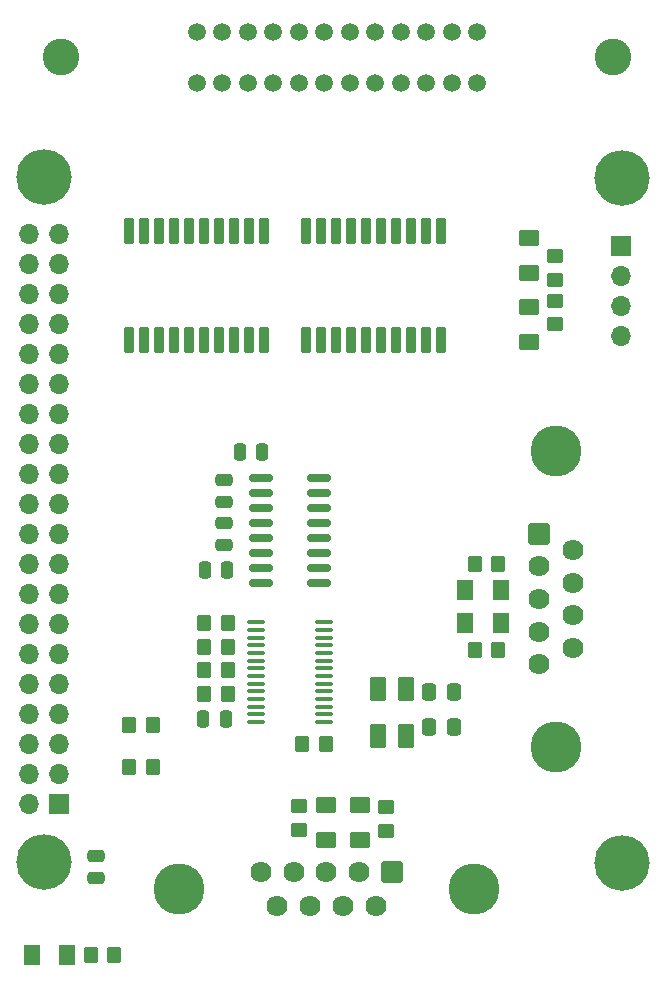
<source format=gbr>
%TF.GenerationSoftware,KiCad,Pcbnew,9.0.0*%
%TF.CreationDate,2025-04-07T11:56:22-06:00*%
%TF.ProjectId,Senior Capstone,53656e69-6f72-4204-9361-7073746f6e65,4*%
%TF.SameCoordinates,Original*%
%TF.FileFunction,Soldermask,Top*%
%TF.FilePolarity,Negative*%
%FSLAX46Y46*%
G04 Gerber Fmt 4.6, Leading zero omitted, Abs format (unit mm)*
G04 Created by KiCad (PCBNEW 9.0.0) date 2025-04-07 11:56:22*
%MOMM*%
%LPD*%
G01*
G04 APERTURE LIST*
G04 Aperture macros list*
%AMRoundRect*
0 Rectangle with rounded corners*
0 $1 Rounding radius*
0 $2 $3 $4 $5 $6 $7 $8 $9 X,Y pos of 4 corners*
0 Add a 4 corners polygon primitive as box body*
4,1,4,$2,$3,$4,$5,$6,$7,$8,$9,$2,$3,0*
0 Add four circle primitives for the rounded corners*
1,1,$1+$1,$2,$3*
1,1,$1+$1,$4,$5*
1,1,$1+$1,$6,$7*
1,1,$1+$1,$8,$9*
0 Add four rect primitives between the rounded corners*
20,1,$1+$1,$2,$3,$4,$5,0*
20,1,$1+$1,$4,$5,$6,$7,0*
20,1,$1+$1,$6,$7,$8,$9,0*
20,1,$1+$1,$8,$9,$2,$3,0*%
G04 Aperture macros list end*
%ADD10C,3.100000*%
%ADD11C,4.700000*%
%ADD12RoundRect,0.250000X-0.250000X-0.475000X0.250000X-0.475000X0.250000X0.475000X-0.250000X0.475000X0*%
%ADD13RoundRect,0.250000X-0.350000X-0.450000X0.350000X-0.450000X0.350000X0.450000X-0.350000X0.450000X0*%
%ADD14RoundRect,0.250000X0.475000X-0.250000X0.475000X0.250000X-0.475000X0.250000X-0.475000X-0.250000X0*%
%ADD15RoundRect,0.250001X-0.462499X-0.624999X0.462499X-0.624999X0.462499X0.624999X-0.462499X0.624999X0*%
%ADD16RoundRect,0.100000X-0.637500X-0.100000X0.637500X-0.100000X0.637500X0.100000X-0.637500X0.100000X0*%
%ADD17RoundRect,0.250000X0.250000X0.475000X-0.250000X0.475000X-0.250000X-0.475000X0.250000X-0.475000X0*%
%ADD18RoundRect,0.250001X0.462499X0.624999X-0.462499X0.624999X-0.462499X-0.624999X0.462499X-0.624999X0*%
%ADD19RoundRect,0.102000X0.787500X-0.787500X0.787500X0.787500X-0.787500X0.787500X-0.787500X-0.787500X0*%
%ADD20C,1.779000*%
%ADD21C,4.320000*%
%ADD22R,1.700000X1.700000*%
%ADD23O,1.700000X1.700000*%
%ADD24RoundRect,0.250000X0.350000X0.450000X-0.350000X0.450000X-0.350000X-0.450000X0.350000X-0.450000X0*%
%ADD25RoundRect,0.102000X-0.787500X-0.787500X0.787500X-0.787500X0.787500X0.787500X-0.787500X0.787500X0*%
%ADD26RoundRect,0.150000X-0.825000X-0.150000X0.825000X-0.150000X0.825000X0.150000X-0.825000X0.150000X0*%
%ADD27RoundRect,0.100500X-0.301500X1.031500X-0.301500X-1.031500X0.301500X-1.031500X0.301500X1.031500X0*%
%ADD28RoundRect,0.250000X-0.450000X0.350000X-0.450000X-0.350000X0.450000X-0.350000X0.450000X0.350000X0*%
%ADD29RoundRect,0.250001X0.624999X-0.462499X0.624999X0.462499X-0.624999X0.462499X-0.624999X-0.462499X0*%
%ADD30RoundRect,0.250000X0.450000X-0.350000X0.450000X0.350000X-0.450000X0.350000X-0.450000X-0.350000X0*%
%ADD31C,3.098800*%
%ADD32C,1.498600*%
%ADD33RoundRect,0.250000X-0.337500X-0.475000X0.337500X-0.475000X0.337500X0.475000X-0.337500X0.475000X0*%
%ADD34RoundRect,0.102000X-0.600000X-0.900000X0.600000X-0.900000X0.600000X0.900000X-0.600000X0.900000X0*%
%ADD35RoundRect,0.250000X-0.475000X0.250000X-0.475000X-0.250000X0.475000X-0.250000X0.475000X0.250000X0*%
%ADD36RoundRect,0.250001X-0.624999X0.462499X-0.624999X-0.462499X0.624999X-0.462499X0.624999X0.462499X0*%
G04 APERTURE END LIST*
D10*
%TO.C,H4*%
X171763300Y-64700050D03*
D11*
X171763300Y-64700050D03*
%TD*%
D10*
%TO.C,H2*%
X122763300Y-64600050D03*
D11*
X122763300Y-64600050D03*
%TD*%
D12*
%TO.C,C6*%
X136288300Y-110500050D03*
X138188300Y-110500050D03*
%TD*%
D13*
%TO.C,R5*%
X136363300Y-108400050D03*
X138363300Y-108400050D03*
%TD*%
%TO.C,R2*%
X144638300Y-112675050D03*
X146638300Y-112675050D03*
%TD*%
D14*
%TO.C,C1*%
X138050300Y-92154450D03*
X138050300Y-90254450D03*
%TD*%
D13*
%TO.C,R3*%
X136363300Y-104400050D03*
X138363300Y-104400050D03*
%TD*%
D15*
%TO.C,D1*%
X121780000Y-130508450D03*
X124755000Y-130508450D03*
%TD*%
D16*
%TO.C,U2*%
X140763300Y-102325050D03*
X140763300Y-102975050D03*
X140763300Y-103625050D03*
X140763300Y-104275050D03*
X140763300Y-104925050D03*
X140763300Y-105575050D03*
X140763300Y-106225050D03*
X140763300Y-106875050D03*
X140763300Y-107525050D03*
X140763300Y-108175050D03*
X140763300Y-108825050D03*
X140763300Y-109475050D03*
X140763300Y-110125050D03*
X140763300Y-110775050D03*
X146488300Y-110775050D03*
X146488300Y-110125050D03*
X146488300Y-109475050D03*
X146488300Y-108825050D03*
X146488300Y-108175050D03*
X146488300Y-107525050D03*
X146488300Y-106875050D03*
X146488300Y-106225050D03*
X146488300Y-105575050D03*
X146488300Y-104925050D03*
X146488300Y-104275050D03*
X146488300Y-103625050D03*
X146488300Y-102975050D03*
X146488300Y-102325050D03*
%TD*%
D17*
%TO.C,C4*%
X141260900Y-87938050D03*
X139360900Y-87938050D03*
%TD*%
%TO.C,C3*%
X138314500Y-97869450D03*
X136414500Y-97869450D03*
%TD*%
D18*
%TO.C,D3*%
X161450800Y-102400050D03*
X158475800Y-102400050D03*
%TD*%
D19*
%TO.C,J2*%
X164723300Y-94815050D03*
D20*
X164723300Y-97585050D03*
X164723300Y-100355050D03*
X164723300Y-103125050D03*
X164723300Y-105895050D03*
X167563300Y-96200050D03*
X167563300Y-98970050D03*
X167563300Y-101740050D03*
X167563300Y-104510050D03*
D21*
X166143300Y-112850050D03*
X166143300Y-87860050D03*
%TD*%
D22*
%TO.C,J4*%
X171663300Y-70500050D03*
D23*
X171663300Y-73040050D03*
X171663300Y-75580050D03*
X171663300Y-78120050D03*
%TD*%
D13*
%TO.C,R14*%
X130000000Y-114604800D03*
X132000000Y-114604800D03*
%TD*%
D18*
%TO.C,D2*%
X161450800Y-99600050D03*
X158475800Y-99600050D03*
%TD*%
D24*
%TO.C,R4*%
X128759500Y-130483050D03*
X126759500Y-130483050D03*
%TD*%
D13*
%TO.C,R13*%
X130000000Y-111048800D03*
X132000000Y-111048800D03*
%TD*%
D10*
%TO.C,H3*%
X171763300Y-122700050D03*
D11*
X171763300Y-122700050D03*
%TD*%
D25*
%TO.C,J3*%
X152249050Y-123502550D03*
D20*
X149479050Y-123502550D03*
X146709050Y-123502550D03*
X143939050Y-123502550D03*
X141169050Y-123502550D03*
X150864050Y-126342550D03*
X148094050Y-126342550D03*
X145324050Y-126342550D03*
X142554050Y-126342550D03*
D21*
X134214050Y-124922550D03*
X159204050Y-124922550D03*
%TD*%
D26*
%TO.C,U1*%
X141150800Y-90105050D03*
X141150800Y-91375050D03*
X141150800Y-92645050D03*
X141150800Y-93915050D03*
X141150800Y-95185050D03*
X141150800Y-96455050D03*
X141150800Y-97725050D03*
X141150800Y-98995050D03*
X146100800Y-98995050D03*
X146100800Y-97725050D03*
X146100800Y-96455050D03*
X146100800Y-95185050D03*
X146100800Y-93915050D03*
X146100800Y-92645050D03*
X146100800Y-91375050D03*
X146100800Y-90105050D03*
%TD*%
D27*
%TO.C,U3*%
X156428300Y-69160050D03*
X155158300Y-69160050D03*
X153888300Y-69160050D03*
X152618300Y-69160050D03*
X151348300Y-69160050D03*
X150078300Y-69160050D03*
X148808300Y-69160050D03*
X147538300Y-69160050D03*
X146268300Y-69160050D03*
X144998300Y-69160050D03*
X144998300Y-78440050D03*
X146268300Y-78440050D03*
X147538300Y-78440050D03*
X148808300Y-78440050D03*
X150078300Y-78440050D03*
X151348300Y-78440050D03*
X152618300Y-78440050D03*
X153888300Y-78440050D03*
X155158300Y-78440050D03*
X156428300Y-78440050D03*
%TD*%
D28*
%TO.C,R12*%
X166074500Y-75087650D03*
X166074500Y-77087650D03*
%TD*%
D27*
%TO.C,U4*%
X141428300Y-69160050D03*
X140158300Y-69160050D03*
X138888300Y-69160050D03*
X137618300Y-69160050D03*
X136348300Y-69160050D03*
X135078300Y-69160050D03*
X133808300Y-69160050D03*
X132538300Y-69160050D03*
X131268300Y-69160050D03*
X129998300Y-69160050D03*
X129998300Y-78440050D03*
X131268300Y-78440050D03*
X132538300Y-78440050D03*
X133808300Y-78440050D03*
X135078300Y-78440050D03*
X136348300Y-78440050D03*
X137618300Y-78440050D03*
X138888300Y-78440050D03*
X140158300Y-78440050D03*
X141428300Y-78440050D03*
%TD*%
D13*
%TO.C,R6*%
X136363300Y-106400050D03*
X138363300Y-106400050D03*
%TD*%
D29*
%TO.C,D6*%
X163831300Y-72737750D03*
X163831300Y-69762750D03*
%TD*%
D30*
%TO.C,R10*%
X144374900Y-119900650D03*
X144374900Y-117900650D03*
%TD*%
D10*
%TO.C,H1*%
X122763300Y-122600050D03*
D11*
X122763300Y-122600050D03*
%TD*%
D24*
%TO.C,R7*%
X161275300Y-97386850D03*
X159275300Y-97386850D03*
%TD*%
D29*
%TO.C,D4*%
X149513300Y-120737550D03*
X149513300Y-117762550D03*
%TD*%
D31*
%TO.C,J6*%
X171008404Y-54505051D03*
X124208396Y-54505051D03*
D32*
X159488399Y-56650050D03*
X157328401Y-56650050D03*
X155168400Y-56650050D03*
X153008399Y-56650050D03*
X150848401Y-56650050D03*
X148688400Y-56650050D03*
X146528400Y-56650050D03*
X144368399Y-56650050D03*
X142208401Y-56650050D03*
X140048400Y-56650050D03*
X137888399Y-56650050D03*
X135728401Y-56650050D03*
X159488399Y-52360051D03*
X157328401Y-52360051D03*
X155168400Y-52360051D03*
X153008399Y-52360051D03*
X150848401Y-52360051D03*
X148688400Y-52360051D03*
X146528400Y-52360051D03*
X144368399Y-52360051D03*
X142208401Y-52360051D03*
X140048400Y-52360051D03*
X137888399Y-52360051D03*
X135728401Y-52360051D03*
%TD*%
D33*
%TO.C,C7*%
X155401100Y-108204000D03*
X157476100Y-108204000D03*
%TD*%
D22*
%TO.C,J1*%
X124029500Y-117706850D03*
D23*
X121489500Y-117706850D03*
X124029500Y-115166850D03*
X121489500Y-115166850D03*
X124029500Y-112626850D03*
X121489500Y-112626850D03*
X124029500Y-110086850D03*
X121489500Y-110086850D03*
X124029500Y-107546850D03*
X121489500Y-107546850D03*
X124029500Y-105006850D03*
X121489500Y-105006850D03*
X124029500Y-102466850D03*
X121489500Y-102466850D03*
X124029500Y-99926850D03*
X121489500Y-99926850D03*
X124029500Y-97386850D03*
X121489500Y-97386850D03*
X124029500Y-94846850D03*
X121489500Y-94846850D03*
X124029500Y-92306850D03*
X121489500Y-92306850D03*
X124029500Y-89766850D03*
X121489500Y-89766850D03*
X124029500Y-87226850D03*
X121489500Y-87226850D03*
X124029500Y-84686850D03*
X121489500Y-84686850D03*
X124029500Y-82146850D03*
X121489500Y-82146850D03*
X124029500Y-79606850D03*
X121489500Y-79606850D03*
X124029500Y-77066850D03*
X121489500Y-77066850D03*
X124029500Y-74526850D03*
X121489500Y-74526850D03*
X124029500Y-71986850D03*
X121489500Y-71986850D03*
X124029500Y-69446850D03*
X121489500Y-69446850D03*
%TD*%
D24*
%TO.C,R8*%
X161275300Y-104651250D03*
X159275300Y-104651250D03*
%TD*%
D29*
%TO.C,D5*%
X146713300Y-120787550D03*
X146713300Y-117812550D03*
%TD*%
D34*
%TO.C,Y1*%
X151073000Y-107982000D03*
X151073000Y-111982000D03*
X153473000Y-111982000D03*
X153473000Y-107982000D03*
%TD*%
D30*
%TO.C,R9*%
X151791700Y-119965750D03*
X151791700Y-117965750D03*
%TD*%
D14*
%TO.C,C2*%
X138075700Y-95807050D03*
X138075700Y-93907050D03*
%TD*%
D13*
%TO.C,R1*%
X136363300Y-102400050D03*
X138363300Y-102400050D03*
%TD*%
D35*
%TO.C,C5*%
X127177800Y-122113000D03*
X127177800Y-124013000D03*
%TD*%
D36*
%TO.C,D7*%
X163856700Y-75644450D03*
X163856700Y-78619450D03*
%TD*%
D30*
%TO.C,R11*%
X166074500Y-73307650D03*
X166074500Y-71307650D03*
%TD*%
D33*
%TO.C,C8*%
X155401100Y-111214000D03*
X157476100Y-111214000D03*
%TD*%
M02*

</source>
